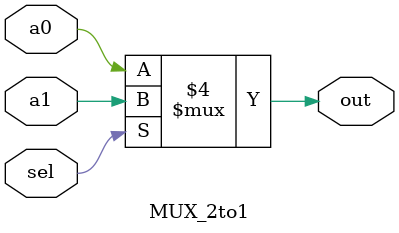
<source format=v>
module MUX32_2to1(a0, a1, sel, out);
   input [31:0] a0, a1;
   input 	sel;
   output [31:0] out;
   reg [31:0] 	 out;
   
   always @(a0 or a1 or sel)
      if (sel == 0) out = a0;
      else          out = a1;
endmodule // MUX32_2to1


module MUX32_3to1(a0, a1, a2, sel, out);
   input [31:0] a0, a1, a2;
   input [1:0] 	sel;
   output [31:0] out;
   reg [31:0] 	 out;
   
   always @(a0 or a1 or a2 or sel)
      if (sel == 0) out = a0;
      else if (sel == 1) out = a1;
	   else out = a2;
endmodule // MUX32_3to1


module MUX5_2to1(a0, a1, sel, out);
   input [4:0]  a0, a1;
   input 	sel;
   output [4:0] out;
   reg [4:0] 	out;
   
   always @(a0 or a1 or sel)
      if (sel == 0) out = a0;
      else          out = a1;
endmodule // MUX5_2to1

module MUX_2to1(a0, a1, sel, out);
   input  a0, a1;
   input 	sel;
   output reg out;
   
   always @(a0 or a1 or sel)
      if (sel == 0) out = a0;
      else          out = a1;
endmodule // MUX5_2to1

</source>
